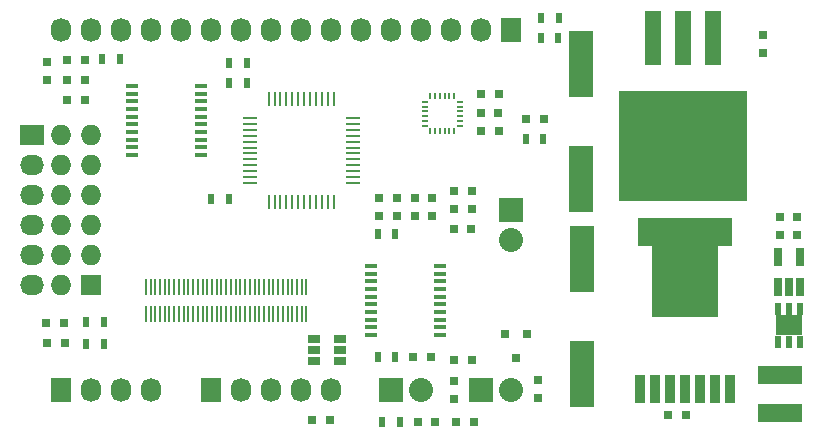
<source format=gbr>
G04 #@! TF.FileFunction,Soldermask,Top*
%FSLAX46Y46*%
G04 Gerber Fmt 4.6, Leading zero omitted, Abs format (unit mm)*
G04 Created by KiCad (PCBNEW 4.0.0-rc2-stable) date 4/30/2016 1:18:27 PM*
%MOMM*%
G01*
G04 APERTURE LIST*
%ADD10C,0.100000*%
%ADD11R,0.500000X0.900000*%
%ADD12R,3.700000X1.600000*%
%ADD13R,0.800000X0.750000*%
%ADD14R,0.750000X0.800000*%
%ADD15R,1.390000X4.600000*%
%ADD16R,10.800000X9.400000*%
%ADD17R,0.797560X0.797560*%
%ADD18R,1.727200X1.727200*%
%ADD19O,1.727200X1.727200*%
%ADD20R,1.727200X2.032000*%
%ADD21O,1.727200X2.032000*%
%ADD22R,2.032000X2.032000*%
%ADD23O,2.032000X2.032000*%
%ADD24R,0.800100X0.800100*%
%ADD25R,0.990600X0.304800*%
%ADD26R,0.200000X1.430000*%
%ADD27R,1.060000X0.650000*%
%ADD28R,0.606400X1.012800*%
%ADD29R,2.206600X1.698600*%
%ADD30R,0.758800X1.520800*%
%ADD31R,0.230000X0.600000*%
%ADD32R,0.600000X0.230000*%
%ADD33R,1.300000X0.250000*%
%ADD34R,0.250000X1.300000*%
%ADD35R,2.100580X5.600700*%
%ADD36R,5.590000X6.350000*%
%ADD37R,0.910000X2.410000*%
%ADD38R,8.000000X2.410000*%
%ADD39R,2.032000X1.727200*%
%ADD40O,2.032000X1.727200*%
G04 APERTURE END LIST*
D10*
D11*
X156540000Y-83560000D03*
X158040000Y-83560000D03*
X156590000Y-81870000D03*
X158090000Y-81870000D03*
D12*
X176820000Y-115290000D03*
X176820000Y-112090000D03*
D13*
X116250000Y-109425000D03*
X114750000Y-109425000D03*
X145775000Y-110575000D03*
X147275000Y-110575000D03*
X150700000Y-98080000D03*
X149200000Y-98080000D03*
X150730000Y-96550000D03*
X149230000Y-96550000D03*
D14*
X175370000Y-84800000D03*
X175370000Y-83300000D03*
D13*
X150670000Y-99730000D03*
X149170000Y-99730000D03*
X149230000Y-110870000D03*
X150730000Y-110870000D03*
X149370000Y-116040000D03*
X150870000Y-116040000D03*
X176780000Y-100230000D03*
X178280000Y-100230000D03*
X138725000Y-115875000D03*
X137225000Y-115875000D03*
X176780000Y-98740000D03*
X178280000Y-98740000D03*
D14*
X149250000Y-114110000D03*
X149250000Y-112610000D03*
X156320000Y-114060000D03*
X156320000Y-112560000D03*
D13*
X152980000Y-88330000D03*
X151480000Y-88330000D03*
X152970000Y-89890000D03*
X151470000Y-89890000D03*
D14*
X114750000Y-87090000D03*
X114750000Y-85590000D03*
D13*
X146125000Y-116100000D03*
X147625000Y-116100000D03*
X151480000Y-91430000D03*
X152980000Y-91430000D03*
X156800000Y-90450000D03*
X155300000Y-90450000D03*
X116200000Y-107675000D03*
X114700000Y-107675000D03*
D14*
X144370000Y-98600000D03*
X144370000Y-97100000D03*
X142870000Y-98600000D03*
X142870000Y-97100000D03*
X147370000Y-98620000D03*
X147370000Y-97120000D03*
X145870000Y-98610000D03*
X145870000Y-97110000D03*
D15*
X168580000Y-83530000D03*
D16*
X168580000Y-92680000D03*
D15*
X166040000Y-83530000D03*
X171120000Y-83530000D03*
D17*
X117959300Y-85420000D03*
X116460700Y-85420000D03*
X116460700Y-87130000D03*
X117959300Y-87130000D03*
X116480700Y-88850000D03*
X117979300Y-88850000D03*
D18*
X118490000Y-104520000D03*
D19*
X115950000Y-104520000D03*
X118490000Y-101980000D03*
X115950000Y-101980000D03*
X118490000Y-99440000D03*
X115950000Y-99440000D03*
X118490000Y-96900000D03*
X115950000Y-96900000D03*
X118490000Y-94360000D03*
X115950000Y-94360000D03*
X118490000Y-91820000D03*
X115950000Y-91820000D03*
D20*
X154050000Y-82930000D03*
D21*
X151510000Y-82930000D03*
X148970000Y-82930000D03*
X146430000Y-82930000D03*
X143890000Y-82930000D03*
X141350000Y-82930000D03*
X138810000Y-82930000D03*
X136270000Y-82930000D03*
X133730000Y-82930000D03*
X131190000Y-82930000D03*
X128650000Y-82930000D03*
X126110000Y-82930000D03*
X123570000Y-82930000D03*
X121030000Y-82930000D03*
X118490000Y-82930000D03*
X115950000Y-82930000D03*
D20*
X128650000Y-113410000D03*
D21*
X131190000Y-113410000D03*
X133730000Y-113410000D03*
X136270000Y-113410000D03*
X138810000Y-113410000D03*
D20*
X115950000Y-113410000D03*
D21*
X118490000Y-113410000D03*
X121030000Y-113410000D03*
X123570000Y-113410000D03*
D22*
X151510000Y-113410000D03*
D23*
X154050000Y-113410000D03*
D22*
X143890000Y-113410000D03*
D23*
X146430000Y-113410000D03*
D22*
X154050000Y-98170000D03*
D23*
X154050000Y-100710000D03*
D24*
X155430000Y-108649240D03*
X153530000Y-108649240D03*
X154480000Y-110648220D03*
D11*
X142750000Y-110575000D03*
X144250000Y-110575000D03*
X119550000Y-107575000D03*
X118050000Y-107575000D03*
X118050000Y-109450000D03*
X119550000Y-109450000D03*
X130170000Y-97230000D03*
X128670000Y-97230000D03*
X143150000Y-116100000D03*
X144650000Y-116100000D03*
X131680000Y-87390000D03*
X130180000Y-87390000D03*
X131660000Y-85690000D03*
X130160000Y-85690000D03*
X120900000Y-85375000D03*
X119400000Y-85375000D03*
X144250000Y-100175000D03*
X142750000Y-100175000D03*
X156775000Y-92150000D03*
X155275000Y-92150000D03*
D25*
X142202200Y-102875000D03*
X142202200Y-103525000D03*
X142202200Y-104175000D03*
X142202200Y-104825000D03*
X142202200Y-105475000D03*
X142202200Y-106125000D03*
X142202200Y-106775000D03*
X142202200Y-107425000D03*
X148037800Y-107425000D03*
X148037800Y-106775000D03*
X148037800Y-106125000D03*
X148037800Y-105475000D03*
X148037800Y-104825000D03*
X148037800Y-104175000D03*
X148037800Y-103525000D03*
X148037800Y-102875000D03*
X142202200Y-108075000D03*
X142202200Y-108725000D03*
X148037800Y-108075000D03*
X148037800Y-108725000D03*
D26*
X123120000Y-106965000D03*
X123520000Y-106965000D03*
X123920000Y-106965000D03*
X124320000Y-106965000D03*
X124720000Y-106965000D03*
X125120000Y-106965000D03*
X125520000Y-106965000D03*
X125920000Y-106965000D03*
X126320000Y-106965000D03*
X126720000Y-106965000D03*
X127120000Y-106965000D03*
X127520000Y-106965000D03*
X127920000Y-106965000D03*
X128320000Y-106965000D03*
X128720000Y-106965000D03*
X129120000Y-106965000D03*
X129520000Y-106965000D03*
X129920000Y-106965000D03*
X130320000Y-106965000D03*
X130720000Y-106965000D03*
X131120000Y-106965000D03*
X131520000Y-106965000D03*
X131920000Y-106965000D03*
X132320000Y-106965000D03*
X132720000Y-106965000D03*
X133120000Y-106965000D03*
X133520000Y-106965000D03*
X133920000Y-106965000D03*
X134320000Y-106965000D03*
X134720000Y-106965000D03*
X135120000Y-106965000D03*
X135520000Y-106965000D03*
X135920000Y-106965000D03*
X136320000Y-106965000D03*
X136720000Y-106965000D03*
X123120000Y-104615000D03*
X123520000Y-104615000D03*
X123920000Y-104615000D03*
X124320000Y-104615000D03*
X124720000Y-104615000D03*
X125120000Y-104615000D03*
X125520000Y-104615000D03*
X125920000Y-104615000D03*
X126320000Y-104615000D03*
X126720000Y-104615000D03*
X127120000Y-104615000D03*
X127520000Y-104615000D03*
X127920000Y-104615000D03*
X128320000Y-104615000D03*
X128720000Y-104615000D03*
X129120000Y-104615000D03*
X129520000Y-104615000D03*
X129920000Y-104615000D03*
X130320000Y-104615000D03*
X130720000Y-104615000D03*
X131120000Y-104615000D03*
X131520000Y-104615000D03*
X131920000Y-104615000D03*
X132320000Y-104615000D03*
X132720000Y-104615000D03*
X133120000Y-104615000D03*
X133520000Y-104615000D03*
X133920000Y-104615000D03*
X134320000Y-104615000D03*
X134720000Y-104615000D03*
X135120000Y-104615000D03*
X135520000Y-104615000D03*
X135920000Y-104615000D03*
X136320000Y-104615000D03*
X136720000Y-104615000D03*
D27*
X139520000Y-110940000D03*
X139520000Y-109990000D03*
X139520000Y-109040000D03*
X137320000Y-109040000D03*
X137320000Y-110940000D03*
X137320000Y-109990000D03*
D25*
X121922200Y-87625000D03*
X121922200Y-88275000D03*
X121922200Y-88925000D03*
X121922200Y-89575000D03*
X121922200Y-90225000D03*
X121922200Y-90875000D03*
X121922200Y-91525000D03*
X121922200Y-92175000D03*
X127757800Y-92175000D03*
X127757800Y-91525000D03*
X127757800Y-90875000D03*
X127757800Y-90225000D03*
X127757800Y-89575000D03*
X127757800Y-88925000D03*
X127757800Y-88275000D03*
X127757800Y-87625000D03*
X121922200Y-92825000D03*
X121922200Y-93475000D03*
X127757800Y-92825000D03*
X127757800Y-93475000D03*
D28*
X176640200Y-109267000D03*
X177580000Y-109267000D03*
X178519800Y-109267000D03*
X178519800Y-106473000D03*
X177580000Y-106473000D03*
X176640200Y-106473000D03*
D29*
X177605400Y-107895400D03*
D30*
X176640200Y-104630000D03*
X177580000Y-104630000D03*
X178519800Y-104630000D03*
X178519800Y-102090000D03*
X176640200Y-102090000D03*
D31*
X147220000Y-91480000D03*
X147620000Y-91480000D03*
X148020000Y-91480000D03*
X148420000Y-91480000D03*
X148820000Y-91480000D03*
X149220000Y-91480000D03*
D32*
X149720000Y-90980000D03*
X149720000Y-90580000D03*
X149720000Y-90180000D03*
X149720000Y-89780000D03*
X149720000Y-89380000D03*
X149720000Y-88980000D03*
D31*
X149220000Y-88480000D03*
X148820000Y-88480000D03*
X148420000Y-88480000D03*
X148020000Y-88480000D03*
X147620000Y-88480000D03*
X147220000Y-88480000D03*
D32*
X146720000Y-88980000D03*
X146720000Y-89380000D03*
X146720000Y-89780000D03*
X146720000Y-90180000D03*
X146720000Y-90580000D03*
X146720000Y-90980000D03*
D33*
X140620000Y-95840000D03*
X140620000Y-95340000D03*
X140620000Y-94840000D03*
X140620000Y-94340000D03*
X140620000Y-93840000D03*
X140620000Y-93340000D03*
X140620000Y-92840000D03*
X140620000Y-92340000D03*
X140620000Y-91840000D03*
X140620000Y-91340000D03*
X140620000Y-90840000D03*
X140620000Y-90340000D03*
D34*
X139020000Y-88740000D03*
X138520000Y-88740000D03*
X138020000Y-88740000D03*
X137520000Y-88740000D03*
X137020000Y-88740000D03*
X136520000Y-88740000D03*
X136020000Y-88740000D03*
X135520000Y-88740000D03*
X135020000Y-88740000D03*
X134520000Y-88740000D03*
X134020000Y-88740000D03*
X133520000Y-88740000D03*
D33*
X131920000Y-90340000D03*
X131920000Y-90840000D03*
X131920000Y-91340000D03*
X131920000Y-91840000D03*
X131920000Y-92340000D03*
X131920000Y-92840000D03*
X131920000Y-93340000D03*
X131920000Y-93840000D03*
X131920000Y-94340000D03*
X131920000Y-94840000D03*
X131920000Y-95340000D03*
X131920000Y-95840000D03*
D34*
X133520000Y-97440000D03*
X134020000Y-97440000D03*
X134520000Y-97440000D03*
X135020000Y-97440000D03*
X135520000Y-97440000D03*
X136020000Y-97440000D03*
X136520000Y-97440000D03*
X137020000Y-97440000D03*
X137520000Y-97440000D03*
X138020000Y-97440000D03*
X138520000Y-97440000D03*
X139020000Y-97440000D03*
D35*
X159950000Y-85801140D03*
X159950000Y-95498860D03*
X160060000Y-102281140D03*
X160060000Y-111978860D03*
D36*
X168780000Y-104020000D03*
D37*
X164970000Y-113245000D03*
X166240000Y-113245000D03*
X167510000Y-113245000D03*
X168780000Y-113245000D03*
X170050000Y-113245000D03*
X171320000Y-113245000D03*
X172590000Y-113245000D03*
D38*
X168780000Y-100020000D03*
D13*
X168825000Y-115500000D03*
X167325000Y-115500000D03*
D39*
X113450000Y-91775000D03*
D40*
X113450000Y-94315000D03*
X113450000Y-96855000D03*
X113450000Y-99395000D03*
X113450000Y-101935000D03*
X113450000Y-104475000D03*
M02*

</source>
